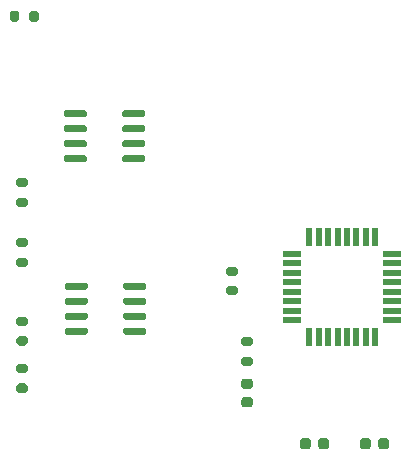
<source format=gtp>
G04 #@! TF.GenerationSoftware,KiCad,Pcbnew,(5.1.9)-1*
G04 #@! TF.CreationDate,2021-06-09T23:11:29+02:00*
G04 #@! TF.ProjectId,controller,636f6e74-726f-46c6-9c65-722e6b696361,rev?*
G04 #@! TF.SameCoordinates,Original*
G04 #@! TF.FileFunction,Paste,Top*
G04 #@! TF.FilePolarity,Positive*
%FSLAX46Y46*%
G04 Gerber Fmt 4.6, Leading zero omitted, Abs format (unit mm)*
G04 Created by KiCad (PCBNEW (5.1.9)-1) date 2021-06-09 23:11:29*
%MOMM*%
%LPD*%
G01*
G04 APERTURE LIST*
%ADD10R,1.600000X0.550000*%
%ADD11R,0.550000X1.600000*%
G04 APERTURE END LIST*
G36*
G01*
X119215000Y-100815000D02*
X119215000Y-101115000D01*
G75*
G02*
X119065000Y-101265000I-150000J0D01*
G01*
X117415000Y-101265000D01*
G75*
G02*
X117265000Y-101115000I0J150000D01*
G01*
X117265000Y-100815000D01*
G75*
G02*
X117415000Y-100665000I150000J0D01*
G01*
X119065000Y-100665000D01*
G75*
G02*
X119215000Y-100815000I0J-150000D01*
G01*
G37*
G36*
G01*
X119215000Y-99545000D02*
X119215000Y-99845000D01*
G75*
G02*
X119065000Y-99995000I-150000J0D01*
G01*
X117415000Y-99995000D01*
G75*
G02*
X117265000Y-99845000I0J150000D01*
G01*
X117265000Y-99545000D01*
G75*
G02*
X117415000Y-99395000I150000J0D01*
G01*
X119065000Y-99395000D01*
G75*
G02*
X119215000Y-99545000I0J-150000D01*
G01*
G37*
G36*
G01*
X119215000Y-98275000D02*
X119215000Y-98575000D01*
G75*
G02*
X119065000Y-98725000I-150000J0D01*
G01*
X117415000Y-98725000D01*
G75*
G02*
X117265000Y-98575000I0J150000D01*
G01*
X117265000Y-98275000D01*
G75*
G02*
X117415000Y-98125000I150000J0D01*
G01*
X119065000Y-98125000D01*
G75*
G02*
X119215000Y-98275000I0J-150000D01*
G01*
G37*
G36*
G01*
X119215000Y-97005000D02*
X119215000Y-97305000D01*
G75*
G02*
X119065000Y-97455000I-150000J0D01*
G01*
X117415000Y-97455000D01*
G75*
G02*
X117265000Y-97305000I0J150000D01*
G01*
X117265000Y-97005000D01*
G75*
G02*
X117415000Y-96855000I150000J0D01*
G01*
X119065000Y-96855000D01*
G75*
G02*
X119215000Y-97005000I0J-150000D01*
G01*
G37*
G36*
G01*
X124165000Y-97005000D02*
X124165000Y-97305000D01*
G75*
G02*
X124015000Y-97455000I-150000J0D01*
G01*
X122365000Y-97455000D01*
G75*
G02*
X122215000Y-97305000I0J150000D01*
G01*
X122215000Y-97005000D01*
G75*
G02*
X122365000Y-96855000I150000J0D01*
G01*
X124015000Y-96855000D01*
G75*
G02*
X124165000Y-97005000I0J-150000D01*
G01*
G37*
G36*
G01*
X124165000Y-98275000D02*
X124165000Y-98575000D01*
G75*
G02*
X124015000Y-98725000I-150000J0D01*
G01*
X122365000Y-98725000D01*
G75*
G02*
X122215000Y-98575000I0J150000D01*
G01*
X122215000Y-98275000D01*
G75*
G02*
X122365000Y-98125000I150000J0D01*
G01*
X124015000Y-98125000D01*
G75*
G02*
X124165000Y-98275000I0J-150000D01*
G01*
G37*
G36*
G01*
X124165000Y-99545000D02*
X124165000Y-99845000D01*
G75*
G02*
X124015000Y-99995000I-150000J0D01*
G01*
X122365000Y-99995000D01*
G75*
G02*
X122215000Y-99845000I0J150000D01*
G01*
X122215000Y-99545000D01*
G75*
G02*
X122365000Y-99395000I150000J0D01*
G01*
X124015000Y-99395000D01*
G75*
G02*
X124165000Y-99545000I0J-150000D01*
G01*
G37*
G36*
G01*
X124165000Y-100815000D02*
X124165000Y-101115000D01*
G75*
G02*
X124015000Y-101265000I-150000J0D01*
G01*
X122365000Y-101265000D01*
G75*
G02*
X122215000Y-101115000I0J150000D01*
G01*
X122215000Y-100815000D01*
G75*
G02*
X122365000Y-100665000I150000J0D01*
G01*
X124015000Y-100665000D01*
G75*
G02*
X124165000Y-100815000I0J-150000D01*
G01*
G37*
G36*
G01*
X119150000Y-86210000D02*
X119150000Y-86510000D01*
G75*
G02*
X119000000Y-86660000I-150000J0D01*
G01*
X117350000Y-86660000D01*
G75*
G02*
X117200000Y-86510000I0J150000D01*
G01*
X117200000Y-86210000D01*
G75*
G02*
X117350000Y-86060000I150000J0D01*
G01*
X119000000Y-86060000D01*
G75*
G02*
X119150000Y-86210000I0J-150000D01*
G01*
G37*
G36*
G01*
X119150000Y-84940000D02*
X119150000Y-85240000D01*
G75*
G02*
X119000000Y-85390000I-150000J0D01*
G01*
X117350000Y-85390000D01*
G75*
G02*
X117200000Y-85240000I0J150000D01*
G01*
X117200000Y-84940000D01*
G75*
G02*
X117350000Y-84790000I150000J0D01*
G01*
X119000000Y-84790000D01*
G75*
G02*
X119150000Y-84940000I0J-150000D01*
G01*
G37*
G36*
G01*
X119150000Y-83670000D02*
X119150000Y-83970000D01*
G75*
G02*
X119000000Y-84120000I-150000J0D01*
G01*
X117350000Y-84120000D01*
G75*
G02*
X117200000Y-83970000I0J150000D01*
G01*
X117200000Y-83670000D01*
G75*
G02*
X117350000Y-83520000I150000J0D01*
G01*
X119000000Y-83520000D01*
G75*
G02*
X119150000Y-83670000I0J-150000D01*
G01*
G37*
G36*
G01*
X119150000Y-82400000D02*
X119150000Y-82700000D01*
G75*
G02*
X119000000Y-82850000I-150000J0D01*
G01*
X117350000Y-82850000D01*
G75*
G02*
X117200000Y-82700000I0J150000D01*
G01*
X117200000Y-82400000D01*
G75*
G02*
X117350000Y-82250000I150000J0D01*
G01*
X119000000Y-82250000D01*
G75*
G02*
X119150000Y-82400000I0J-150000D01*
G01*
G37*
G36*
G01*
X124100000Y-82400000D02*
X124100000Y-82700000D01*
G75*
G02*
X123950000Y-82850000I-150000J0D01*
G01*
X122300000Y-82850000D01*
G75*
G02*
X122150000Y-82700000I0J150000D01*
G01*
X122150000Y-82400000D01*
G75*
G02*
X122300000Y-82250000I150000J0D01*
G01*
X123950000Y-82250000D01*
G75*
G02*
X124100000Y-82400000I0J-150000D01*
G01*
G37*
G36*
G01*
X124100000Y-83670000D02*
X124100000Y-83970000D01*
G75*
G02*
X123950000Y-84120000I-150000J0D01*
G01*
X122300000Y-84120000D01*
G75*
G02*
X122150000Y-83970000I0J150000D01*
G01*
X122150000Y-83670000D01*
G75*
G02*
X122300000Y-83520000I150000J0D01*
G01*
X123950000Y-83520000D01*
G75*
G02*
X124100000Y-83670000I0J-150000D01*
G01*
G37*
G36*
G01*
X124100000Y-84940000D02*
X124100000Y-85240000D01*
G75*
G02*
X123950000Y-85390000I-150000J0D01*
G01*
X122300000Y-85390000D01*
G75*
G02*
X122150000Y-85240000I0J150000D01*
G01*
X122150000Y-84940000D01*
G75*
G02*
X122300000Y-84790000I150000J0D01*
G01*
X123950000Y-84790000D01*
G75*
G02*
X124100000Y-84940000I0J-150000D01*
G01*
G37*
G36*
G01*
X124100000Y-86210000D02*
X124100000Y-86510000D01*
G75*
G02*
X123950000Y-86660000I-150000J0D01*
G01*
X122300000Y-86660000D01*
G75*
G02*
X122150000Y-86510000I0J150000D01*
G01*
X122150000Y-86210000D01*
G75*
G02*
X122300000Y-86060000I150000J0D01*
G01*
X123950000Y-86060000D01*
G75*
G02*
X124100000Y-86210000I0J-150000D01*
G01*
G37*
G36*
G01*
X113940000Y-88793000D02*
X113390000Y-88793000D01*
G75*
G02*
X113190000Y-88593000I0J200000D01*
G01*
X113190000Y-88193000D01*
G75*
G02*
X113390000Y-87993000I200000J0D01*
G01*
X113940000Y-87993000D01*
G75*
G02*
X114140000Y-88193000I0J-200000D01*
G01*
X114140000Y-88593000D01*
G75*
G02*
X113940000Y-88793000I-200000J0D01*
G01*
G37*
G36*
G01*
X113940000Y-90443000D02*
X113390000Y-90443000D01*
G75*
G02*
X113190000Y-90243000I0J200000D01*
G01*
X113190000Y-89843000D01*
G75*
G02*
X113390000Y-89643000I200000J0D01*
G01*
X113940000Y-89643000D01*
G75*
G02*
X114140000Y-89843000I0J-200000D01*
G01*
X114140000Y-90243000D01*
G75*
G02*
X113940000Y-90443000I-200000J0D01*
G01*
G37*
G36*
G01*
X113430000Y-74020000D02*
X113430000Y-74570000D01*
G75*
G02*
X113230000Y-74770000I-200000J0D01*
G01*
X112830000Y-74770000D01*
G75*
G02*
X112630000Y-74570000I0J200000D01*
G01*
X112630000Y-74020000D01*
G75*
G02*
X112830000Y-73820000I200000J0D01*
G01*
X113230000Y-73820000D01*
G75*
G02*
X113430000Y-74020000I0J-200000D01*
G01*
G37*
G36*
G01*
X115080000Y-74020000D02*
X115080000Y-74570000D01*
G75*
G02*
X114880000Y-74770000I-200000J0D01*
G01*
X114480000Y-74770000D01*
G75*
G02*
X114280000Y-74570000I0J200000D01*
G01*
X114280000Y-74020000D01*
G75*
G02*
X114480000Y-73820000I200000J0D01*
G01*
X114880000Y-73820000D01*
G75*
G02*
X115080000Y-74020000I0J-200000D01*
G01*
G37*
G36*
G01*
X113390000Y-105390000D02*
X113940000Y-105390000D01*
G75*
G02*
X114140000Y-105590000I0J-200000D01*
G01*
X114140000Y-105990000D01*
G75*
G02*
X113940000Y-106190000I-200000J0D01*
G01*
X113390000Y-106190000D01*
G75*
G02*
X113190000Y-105990000I0J200000D01*
G01*
X113190000Y-105590000D01*
G75*
G02*
X113390000Y-105390000I200000J0D01*
G01*
G37*
G36*
G01*
X113390000Y-103740000D02*
X113940000Y-103740000D01*
G75*
G02*
X114140000Y-103940000I0J-200000D01*
G01*
X114140000Y-104340000D01*
G75*
G02*
X113940000Y-104540000I-200000J0D01*
G01*
X113390000Y-104540000D01*
G75*
G02*
X113190000Y-104340000I0J200000D01*
G01*
X113190000Y-103940000D01*
G75*
G02*
X113390000Y-103740000I200000J0D01*
G01*
G37*
G36*
G01*
X113390000Y-94723000D02*
X113940000Y-94723000D01*
G75*
G02*
X114140000Y-94923000I0J-200000D01*
G01*
X114140000Y-95323000D01*
G75*
G02*
X113940000Y-95523000I-200000J0D01*
G01*
X113390000Y-95523000D01*
G75*
G02*
X113190000Y-95323000I0J200000D01*
G01*
X113190000Y-94923000D01*
G75*
G02*
X113390000Y-94723000I200000J0D01*
G01*
G37*
G36*
G01*
X113390000Y-93073000D02*
X113940000Y-93073000D01*
G75*
G02*
X114140000Y-93273000I0J-200000D01*
G01*
X114140000Y-93673000D01*
G75*
G02*
X113940000Y-93873000I-200000J0D01*
G01*
X113390000Y-93873000D01*
G75*
G02*
X113190000Y-93673000I0J200000D01*
G01*
X113190000Y-93273000D01*
G75*
G02*
X113390000Y-93073000I200000J0D01*
G01*
G37*
D10*
X136525000Y-100025000D03*
X136525000Y-99225000D03*
X136525000Y-98425000D03*
X136525000Y-97625000D03*
X136525000Y-96825000D03*
X136525000Y-96025000D03*
X136525000Y-95225000D03*
X136525000Y-94425000D03*
D11*
X137975000Y-92975000D03*
X138775000Y-92975000D03*
X139575000Y-92975000D03*
X140375000Y-92975000D03*
X141175000Y-92975000D03*
X141975000Y-92975000D03*
X142775000Y-92975000D03*
X143575000Y-92975000D03*
D10*
X145025000Y-94425000D03*
X145025000Y-95225000D03*
X145025000Y-96025000D03*
X145025000Y-96825000D03*
X145025000Y-97625000D03*
X145025000Y-98425000D03*
X145025000Y-99225000D03*
X145025000Y-100025000D03*
D11*
X143575000Y-101475000D03*
X142775000Y-101475000D03*
X141975000Y-101475000D03*
X141175000Y-101475000D03*
X140375000Y-101475000D03*
X139575000Y-101475000D03*
X138775000Y-101475000D03*
X137975000Y-101475000D03*
G36*
G01*
X132990000Y-102255000D02*
X132440000Y-102255000D01*
G75*
G02*
X132240000Y-102055000I0J200000D01*
G01*
X132240000Y-101655000D01*
G75*
G02*
X132440000Y-101455000I200000J0D01*
G01*
X132990000Y-101455000D01*
G75*
G02*
X133190000Y-101655000I0J-200000D01*
G01*
X133190000Y-102055000D01*
G75*
G02*
X132990000Y-102255000I-200000J0D01*
G01*
G37*
G36*
G01*
X132990000Y-103905000D02*
X132440000Y-103905000D01*
G75*
G02*
X132240000Y-103705000I0J200000D01*
G01*
X132240000Y-103305000D01*
G75*
G02*
X132440000Y-103105000I200000J0D01*
G01*
X132990000Y-103105000D01*
G75*
G02*
X133190000Y-103305000I0J-200000D01*
G01*
X133190000Y-103705000D01*
G75*
G02*
X132990000Y-103905000I-200000J0D01*
G01*
G37*
G36*
G01*
X132971250Y-105847500D02*
X132458750Y-105847500D01*
G75*
G02*
X132240000Y-105628750I0J218750D01*
G01*
X132240000Y-105191250D01*
G75*
G02*
X132458750Y-104972500I218750J0D01*
G01*
X132971250Y-104972500D01*
G75*
G02*
X133190000Y-105191250I0J-218750D01*
G01*
X133190000Y-105628750D01*
G75*
G02*
X132971250Y-105847500I-218750J0D01*
G01*
G37*
G36*
G01*
X132971250Y-107422500D02*
X132458750Y-107422500D01*
G75*
G02*
X132240000Y-107203750I0J218750D01*
G01*
X132240000Y-106766250D01*
G75*
G02*
X132458750Y-106547500I218750J0D01*
G01*
X132971250Y-106547500D01*
G75*
G02*
X133190000Y-106766250I0J-218750D01*
G01*
X133190000Y-107203750D01*
G75*
G02*
X132971250Y-107422500I-218750J0D01*
G01*
G37*
G36*
G01*
X131720000Y-96285000D02*
X131170000Y-96285000D01*
G75*
G02*
X130970000Y-96085000I0J200000D01*
G01*
X130970000Y-95685000D01*
G75*
G02*
X131170000Y-95485000I200000J0D01*
G01*
X131720000Y-95485000D01*
G75*
G02*
X131920000Y-95685000I0J-200000D01*
G01*
X131920000Y-96085000D01*
G75*
G02*
X131720000Y-96285000I-200000J0D01*
G01*
G37*
G36*
G01*
X131720000Y-97935000D02*
X131170000Y-97935000D01*
G75*
G02*
X130970000Y-97735000I0J200000D01*
G01*
X130970000Y-97335000D01*
G75*
G02*
X131170000Y-97135000I200000J0D01*
G01*
X131720000Y-97135000D01*
G75*
G02*
X131920000Y-97335000I0J-200000D01*
G01*
X131920000Y-97735000D01*
G75*
G02*
X131720000Y-97935000I-200000J0D01*
G01*
G37*
G36*
G01*
X113940000Y-100540000D02*
X113390000Y-100540000D01*
G75*
G02*
X113190000Y-100340000I0J200000D01*
G01*
X113190000Y-99940000D01*
G75*
G02*
X113390000Y-99740000I200000J0D01*
G01*
X113940000Y-99740000D01*
G75*
G02*
X114140000Y-99940000I0J-200000D01*
G01*
X114140000Y-100340000D01*
G75*
G02*
X113940000Y-100540000I-200000J0D01*
G01*
G37*
G36*
G01*
X113940000Y-102190000D02*
X113390000Y-102190000D01*
G75*
G02*
X113190000Y-101990000I0J200000D01*
G01*
X113190000Y-101590000D01*
G75*
G02*
X113390000Y-101390000I200000J0D01*
G01*
X113940000Y-101390000D01*
G75*
G02*
X114140000Y-101590000I0J-200000D01*
G01*
X114140000Y-101990000D01*
G75*
G02*
X113940000Y-102190000I-200000J0D01*
G01*
G37*
G36*
G01*
X143835000Y-110740000D02*
X143835000Y-110240000D01*
G75*
G02*
X144060000Y-110015000I225000J0D01*
G01*
X144510000Y-110015000D01*
G75*
G02*
X144735000Y-110240000I0J-225000D01*
G01*
X144735000Y-110740000D01*
G75*
G02*
X144510000Y-110965000I-225000J0D01*
G01*
X144060000Y-110965000D01*
G75*
G02*
X143835000Y-110740000I0J225000D01*
G01*
G37*
G36*
G01*
X142285000Y-110740000D02*
X142285000Y-110240000D01*
G75*
G02*
X142510000Y-110015000I225000J0D01*
G01*
X142960000Y-110015000D01*
G75*
G02*
X143185000Y-110240000I0J-225000D01*
G01*
X143185000Y-110740000D01*
G75*
G02*
X142960000Y-110965000I-225000J0D01*
G01*
X142510000Y-110965000D01*
G75*
G02*
X142285000Y-110740000I0J225000D01*
G01*
G37*
G36*
G01*
X138755000Y-110740000D02*
X138755000Y-110240000D01*
G75*
G02*
X138980000Y-110015000I225000J0D01*
G01*
X139430000Y-110015000D01*
G75*
G02*
X139655000Y-110240000I0J-225000D01*
G01*
X139655000Y-110740000D01*
G75*
G02*
X139430000Y-110965000I-225000J0D01*
G01*
X138980000Y-110965000D01*
G75*
G02*
X138755000Y-110740000I0J225000D01*
G01*
G37*
G36*
G01*
X137205000Y-110740000D02*
X137205000Y-110240000D01*
G75*
G02*
X137430000Y-110015000I225000J0D01*
G01*
X137880000Y-110015000D01*
G75*
G02*
X138105000Y-110240000I0J-225000D01*
G01*
X138105000Y-110740000D01*
G75*
G02*
X137880000Y-110965000I-225000J0D01*
G01*
X137430000Y-110965000D01*
G75*
G02*
X137205000Y-110740000I0J225000D01*
G01*
G37*
M02*

</source>
